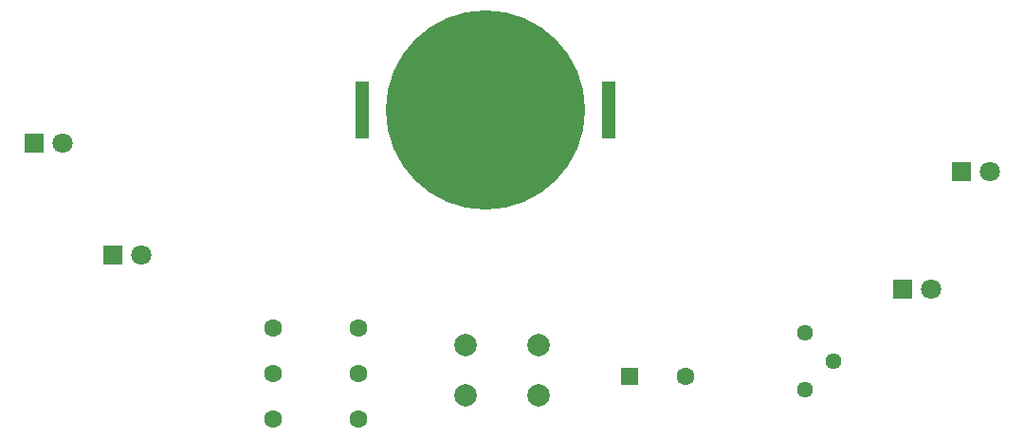
<source format=gts>
G04 #@! TF.GenerationSoftware,KiCad,Pcbnew,9.0.2*
G04 #@! TF.CreationDate,2025-06-29T23:08:07-05:00*
G04 #@! TF.ProjectId,project-solder,70726f6a-6563-4742-9d73-6f6c6465722e,rev?*
G04 #@! TF.SameCoordinates,Original*
G04 #@! TF.FileFunction,Soldermask,Top*
G04 #@! TF.FilePolarity,Negative*
%FSLAX46Y46*%
G04 Gerber Fmt 4.6, Leading zero omitted, Abs format (unit mm)*
G04 Created by KiCad (PCBNEW 9.0.2) date 2025-06-29 23:08:07*
%MOMM*%
%LPD*%
G01*
G04 APERTURE LIST*
G04 Aperture macros list*
%AMRoundRect*
0 Rectangle with rounded corners*
0 $1 Rounding radius*
0 $2 $3 $4 $5 $6 $7 $8 $9 X,Y pos of 4 corners*
0 Add a 4 corners polygon primitive as box body*
4,1,4,$2,$3,$4,$5,$6,$7,$8,$9,$2,$3,0*
0 Add four circle primitives for the rounded corners*
1,1,$1+$1,$2,$3*
1,1,$1+$1,$4,$5*
1,1,$1+$1,$6,$7*
1,1,$1+$1,$8,$9*
0 Add four rect primitives between the rounded corners*
20,1,$1+$1,$2,$3,$4,$5,0*
20,1,$1+$1,$4,$5,$6,$7,0*
20,1,$1+$1,$6,$7,$8,$9,0*
20,1,$1+$1,$8,$9,$2,$3,0*%
G04 Aperture macros list end*
%ADD10C,1.440000*%
%ADD11R,1.800000X1.800000*%
%ADD12C,1.800000*%
%ADD13RoundRect,0.250000X-0.550000X-0.550000X0.550000X-0.550000X0.550000X0.550000X-0.550000X0.550000X0*%
%ADD14C,1.600000*%
%ADD15R,1.270000X5.080000*%
%ADD16C,17.800000*%
%ADD17C,2.000000*%
G04 APERTURE END LIST*
D10*
G04 #@! TO.C,RV2*
X217500000Y-102000000D03*
X220040000Y-99460000D03*
X217500000Y-96920000D03*
G04 #@! TD*
D11*
G04 #@! TO.C,D1*
X148725000Y-80000000D03*
D12*
X151265000Y-80000000D03*
G04 #@! TD*
D13*
G04 #@! TO.C,C1*
X201894698Y-100791925D03*
D14*
X206894698Y-100791925D03*
G04 #@! TD*
D15*
G04 #@! TO.C,BT1*
X178015000Y-77000000D03*
X199985000Y-77000000D03*
D16*
X189000000Y-77000000D03*
G04 #@! TD*
D17*
G04 #@! TO.C,SW1*
X187250000Y-98041925D03*
X193750000Y-98041925D03*
X187250000Y-102541925D03*
X193750000Y-102541925D03*
G04 #@! TD*
D14*
G04 #@! TO.C,R2*
X170000000Y-100550000D03*
X177620000Y-100550000D03*
G04 #@! TD*
D11*
G04 #@! TO.C,D3*
X231460000Y-82500000D03*
D12*
X234000000Y-82500000D03*
G04 #@! TD*
D11*
G04 #@! TO.C,D2*
X155725000Y-90000000D03*
D12*
X158265000Y-90000000D03*
G04 #@! TD*
D14*
G04 #@! TO.C,R3*
X170000000Y-104600000D03*
X177620000Y-104600000D03*
G04 #@! TD*
G04 #@! TO.C,R1*
X170000000Y-96500000D03*
X177620000Y-96500000D03*
G04 #@! TD*
D11*
G04 #@! TO.C,D4*
X226225000Y-93000000D03*
D12*
X228765000Y-93000000D03*
G04 #@! TD*
M02*

</source>
